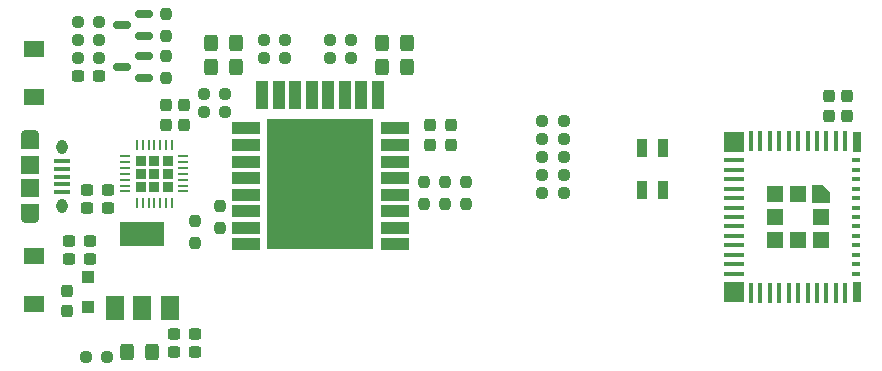
<source format=gtp>
G04 #@! TF.GenerationSoftware,KiCad,Pcbnew,6.0.0*
G04 #@! TF.CreationDate,2022-01-16T15:10:03+01:00*
G04 #@! TF.ProjectId,ESP32 UWB,45535033-3220-4555-9742-2e6b69636164,rev?*
G04 #@! TF.SameCoordinates,Original*
G04 #@! TF.FileFunction,Paste,Top*
G04 #@! TF.FilePolarity,Positive*
%FSLAX46Y46*%
G04 Gerber Fmt 4.6, Leading zero omitted, Abs format (unit mm)*
G04 Created by KiCad (PCBNEW 6.0.0) date 2022-01-16 15:10:03*
%MOMM*%
%LPD*%
G01*
G04 APERTURE LIST*
G04 Aperture macros list*
%AMRoundRect*
0 Rectangle with rounded corners*
0 $1 Rounding radius*
0 $2 $3 $4 $5 $6 $7 $8 $9 X,Y pos of 4 corners*
0 Add a 4 corners polygon primitive as box body*
4,1,4,$2,$3,$4,$5,$6,$7,$8,$9,$2,$3,0*
0 Add four circle primitives for the rounded corners*
1,1,$1+$1,$2,$3*
1,1,$1+$1,$4,$5*
1,1,$1+$1,$6,$7*
1,1,$1+$1,$8,$9*
0 Add four rect primitives between the rounded corners*
20,1,$1+$1,$2,$3,$4,$5,0*
20,1,$1+$1,$4,$5,$6,$7,0*
20,1,$1+$1,$6,$7,$8,$9,0*
20,1,$1+$1,$8,$9,$2,$3,0*%
%AMFreePoly0*
4,1,6,0.725000,-0.725000,-0.725000,-0.725000,-0.725000,0.125000,-0.125000,0.725000,0.725000,0.725000,0.725000,-0.725000,0.725000,-0.725000,$1*%
G04 Aperture macros list end*
%ADD10R,2.450000X1.000000*%
%ADD11R,1.000000X2.450000*%
%ADD12R,9.000000X11.000000*%
%ADD13RoundRect,0.237500X0.237500X-0.250000X0.237500X0.250000X-0.237500X0.250000X-0.237500X-0.250000X0*%
%ADD14RoundRect,0.237500X0.237500X-0.300000X0.237500X0.300000X-0.237500X0.300000X-0.237500X-0.300000X0*%
%ADD15RoundRect,0.237500X0.300000X0.237500X-0.300000X0.237500X-0.300000X-0.237500X0.300000X-0.237500X0*%
%ADD16RoundRect,0.237500X0.237500X-0.287500X0.237500X0.287500X-0.237500X0.287500X-0.237500X-0.287500X0*%
%ADD17RoundRect,0.237500X-0.237500X0.250000X-0.237500X-0.250000X0.237500X-0.250000X0.237500X0.250000X0*%
%ADD18RoundRect,0.237500X-0.250000X-0.237500X0.250000X-0.237500X0.250000X0.237500X-0.250000X0.237500X0*%
%ADD19RoundRect,0.150000X0.587500X0.150000X-0.587500X0.150000X-0.587500X-0.150000X0.587500X-0.150000X0*%
%ADD20RoundRect,0.237500X0.250000X0.237500X-0.250000X0.237500X-0.250000X-0.237500X0.250000X-0.237500X0*%
%ADD21RoundRect,0.237500X-0.300000X-0.237500X0.300000X-0.237500X0.300000X0.237500X-0.300000X0.237500X0*%
%ADD22RoundRect,0.250000X-0.325000X-0.450000X0.325000X-0.450000X0.325000X0.450000X-0.325000X0.450000X0*%
%ADD23R,1.800000X1.350000*%
%ADD24RoundRect,0.225000X-0.225000X-0.225000X0.225000X-0.225000X0.225000X0.225000X-0.225000X0.225000X0*%
%ADD25RoundRect,0.062500X-0.337500X-0.062500X0.337500X-0.062500X0.337500X0.062500X-0.337500X0.062500X0*%
%ADD26RoundRect,0.062500X-0.062500X-0.337500X0.062500X-0.337500X0.062500X0.337500X-0.062500X0.337500X0*%
%ADD27R,1.000000X1.000000*%
%ADD28R,1.500000X2.000000*%
%ADD29R,3.800000X2.000000*%
%ADD30RoundRect,0.250000X0.325000X0.450000X-0.325000X0.450000X-0.325000X-0.450000X0.325000X-0.450000X0*%
%ADD31R,0.400000X1.800000*%
%ADD32R,1.800000X0.400000*%
%ADD33R,1.450000X1.450000*%
%ADD34R,0.800000X0.400000*%
%ADD35R,1.700000X1.700000*%
%ADD36R,0.700000X1.700000*%
%ADD37FreePoly0,270.000000*%
%ADD38R,0.850000X1.600000*%
%ADD39O,1.550000X0.890000*%
%ADD40O,0.950000X1.250000*%
%ADD41R,1.350000X0.400000*%
%ADD42R,1.550000X1.200000*%
%ADD43R,1.550000X1.500000*%
G04 APERTURE END LIST*
D10*
X144792800Y-110758955D03*
D11*
X134992800Y-98158955D03*
X136392800Y-98158955D03*
X137792800Y-98158955D03*
X139192800Y-98158955D03*
X140592800Y-98158955D03*
X141992800Y-98158955D03*
X143392800Y-98158955D03*
D10*
X144792800Y-106558955D03*
X132192800Y-107958955D03*
X144792800Y-107958955D03*
X132192800Y-105158955D03*
X132192800Y-100958955D03*
X132192800Y-103758955D03*
X132192800Y-102358955D03*
X144792800Y-103758955D03*
X144792800Y-102358955D03*
X144792800Y-105158955D03*
X132192800Y-110758955D03*
X132192800Y-106558955D03*
X144792800Y-100958955D03*
X132192800Y-109358955D03*
D11*
X133592800Y-98158955D03*
D12*
X138492800Y-105658955D03*
D10*
X144792800Y-109358955D03*
D13*
X125476000Y-96670500D03*
X125476000Y-94845500D03*
D14*
X181610000Y-99941155D03*
X181610000Y-98216155D03*
D15*
X120496500Y-107714655D03*
X118771500Y-107714655D03*
D16*
X125476000Y-100697000D03*
X125476000Y-98947000D03*
D15*
X120496500Y-106172000D03*
X118771500Y-106172000D03*
D17*
X130048000Y-107545500D03*
X130048000Y-109370500D03*
D18*
X157272862Y-101872655D03*
X159097862Y-101872655D03*
D19*
X123619500Y-96708000D03*
X123619500Y-94808000D03*
X121744500Y-95758000D03*
D20*
X119782600Y-93472000D03*
X117957600Y-93472000D03*
D17*
X127875000Y-108812500D03*
X127875000Y-110637500D03*
D21*
X126137500Y-118364000D03*
X127862500Y-118364000D03*
D16*
X127000000Y-100697000D03*
X127000000Y-98947000D03*
D20*
X119784500Y-94996000D03*
X117959500Y-94996000D03*
D22*
X129277000Y-93726000D03*
X131327000Y-93726000D03*
X129277000Y-95758000D03*
X131327000Y-95758000D03*
D20*
X130452500Y-98044000D03*
X128627500Y-98044000D03*
D15*
X118972500Y-112014000D03*
X117247500Y-112014000D03*
D23*
X114300000Y-94216000D03*
X114300000Y-98316000D03*
D21*
X126137500Y-119888000D03*
X127862500Y-119888000D03*
D22*
X122165000Y-119912655D03*
X124215000Y-119912655D03*
D15*
X118972500Y-110490000D03*
X117247500Y-110490000D03*
D23*
X114300000Y-115842000D03*
X114300000Y-111742000D03*
D14*
X117094000Y-116432500D03*
X117094000Y-114707500D03*
D24*
X123340000Y-105913655D03*
X123340000Y-103673655D03*
X124460000Y-103673655D03*
X125580000Y-105913655D03*
X124460000Y-105913655D03*
X123340000Y-104793655D03*
X125580000Y-104793655D03*
X124460000Y-104793655D03*
X125580000Y-103673655D03*
D25*
X122010000Y-103293655D03*
X122010000Y-103793655D03*
X122010000Y-104293655D03*
X122010000Y-104793655D03*
X122010000Y-105293655D03*
X122010000Y-105793655D03*
X122010000Y-106293655D03*
D26*
X122960000Y-107243655D03*
X123460000Y-107243655D03*
X123960000Y-107243655D03*
X124460000Y-107243655D03*
X124960000Y-107243655D03*
X125460000Y-107243655D03*
X125960000Y-107243655D03*
D25*
X126910000Y-106293655D03*
X126910000Y-105793655D03*
X126910000Y-105293655D03*
X126910000Y-104793655D03*
X126910000Y-104293655D03*
X126910000Y-103793655D03*
X126910000Y-103293655D03*
D26*
X125960000Y-102343655D03*
X125460000Y-102343655D03*
X124960000Y-102343655D03*
X124460000Y-102343655D03*
X123960000Y-102343655D03*
X123460000Y-102343655D03*
X122960000Y-102343655D03*
D14*
X147828000Y-102354155D03*
X147828000Y-100629155D03*
D18*
X118648600Y-120269000D03*
X120473600Y-120269000D03*
D17*
X147320000Y-105513500D03*
X147320000Y-107338500D03*
D27*
X118872000Y-116058000D03*
X118872000Y-113558000D03*
D14*
X149606000Y-102354155D03*
X149606000Y-100629155D03*
D18*
X117959500Y-91948000D03*
X119784500Y-91948000D03*
D28*
X121144000Y-116180000D03*
X123444000Y-116180000D03*
D29*
X123444000Y-109880000D03*
D28*
X125744000Y-116180000D03*
D18*
X157272862Y-104920655D03*
X159097862Y-104920655D03*
X157272862Y-106444655D03*
X159097862Y-106444655D03*
D14*
X183134000Y-99941155D03*
X183134000Y-98216155D03*
D18*
X139295500Y-94996000D03*
X141120500Y-94996000D03*
D15*
X119734500Y-96520000D03*
X118009500Y-96520000D03*
D30*
X145805000Y-93726000D03*
X143755000Y-93726000D03*
D20*
X135532500Y-94996000D03*
X133707500Y-94996000D03*
D18*
X157272862Y-100330000D03*
X159097862Y-100330000D03*
D20*
X130452500Y-99568000D03*
X128627500Y-99568000D03*
D31*
X182960000Y-102058000D03*
X182160000Y-102058000D03*
X181360000Y-102058000D03*
X180560000Y-102058000D03*
X179760000Y-102058000D03*
X178960000Y-102058000D03*
X178160000Y-102058000D03*
X177360000Y-102058000D03*
X176560000Y-102058000D03*
X175760000Y-102058000D03*
X174960000Y-102058000D03*
D32*
X173560000Y-103658000D03*
X173560000Y-104458000D03*
X173560000Y-105258000D03*
X173560000Y-106058000D03*
X173560000Y-106858000D03*
X173560000Y-107658000D03*
X173560000Y-108458000D03*
X173560000Y-109258000D03*
X173560000Y-110058000D03*
X173560000Y-110858000D03*
X173560000Y-111658000D03*
X173560000Y-112458000D03*
X173560000Y-113258000D03*
D31*
X174960000Y-114858000D03*
X175760000Y-114858000D03*
X176560000Y-114858000D03*
X177360000Y-114858000D03*
X178160000Y-114858000D03*
X178960000Y-114858000D03*
X179760000Y-114858000D03*
X180560000Y-114858000D03*
X181360000Y-114858000D03*
X182160000Y-114858000D03*
X182960000Y-114858000D03*
D33*
X180935000Y-110433000D03*
D34*
X183860000Y-105258000D03*
D35*
X173560000Y-102108000D03*
D33*
X176985000Y-110433000D03*
D34*
X183860000Y-111658000D03*
X183860000Y-110058000D03*
X183860000Y-113258000D03*
X183860000Y-110858000D03*
D33*
X180935000Y-108458000D03*
D34*
X183860000Y-108458000D03*
X183860000Y-103658000D03*
D33*
X176985000Y-106483000D03*
D34*
X183860000Y-112458000D03*
X183860000Y-109258000D03*
D33*
X178910000Y-106483000D03*
X176985000Y-108458000D03*
D36*
X183910000Y-102108000D03*
D34*
X183860000Y-107658000D03*
D33*
X178960000Y-110433000D03*
D35*
X173560000Y-114808000D03*
D37*
X180935000Y-106483000D03*
D34*
X183860000Y-106058000D03*
D36*
X183910000Y-114808000D03*
D34*
X183860000Y-106858000D03*
X183860000Y-104458000D03*
D17*
X150876000Y-105513500D03*
X150876000Y-107338500D03*
D30*
X145805000Y-95758000D03*
X143755000Y-95758000D03*
D38*
X167499000Y-102644000D03*
X165749000Y-102644000D03*
X165749000Y-106144000D03*
X167499000Y-106144000D03*
D18*
X157272862Y-103396655D03*
X159097862Y-103396655D03*
D20*
X135532500Y-93472000D03*
X133707500Y-93472000D03*
D13*
X125476000Y-93114500D03*
X125476000Y-91289500D03*
D39*
X113939000Y-108529000D03*
X113939000Y-101529000D03*
D40*
X116639000Y-102529000D03*
X116639000Y-107529000D03*
D41*
X116639000Y-103729000D03*
X116639000Y-104379000D03*
X116639000Y-105029000D03*
X116639000Y-105679000D03*
X116639000Y-106329000D03*
D42*
X113939000Y-107929000D03*
D43*
X113939000Y-106029000D03*
X113939000Y-104029000D03*
D42*
X113939000Y-102129000D03*
D18*
X139295500Y-93472000D03*
X141120500Y-93472000D03*
D19*
X123619500Y-93146855D03*
X123619500Y-91246855D03*
X121744500Y-92196855D03*
D17*
X149098000Y-105513500D03*
X149098000Y-107338500D03*
M02*

</source>
